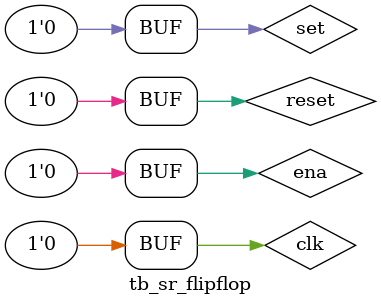
<source format=v>
module tb_sr_flipflop;

    reg clk, set, reset, ena;
    wire q, q_n;
    
    /*
     * 100Mhz (10ns) clock 
     */
    always begin
        clk = 1; #5;
        clk = 0; #5;
    end
    
    always begin 
        ena = 1; #100;
        ena = 0; #100;
    end
    
    always begin
        set = 1; #25; // set = 1 reset = 1 ena = 1 so q = q q_n = ~q
        set = 1; #25; // set = 1 reset = 0 ena = 1 so q = 0 q_n = 1
        set = 0; #25; // set = 0 reset = 1 ena = 1 so q = 1 q_n = 0
        set = 0; #25; // set = 0 reset = 0 ena = 1 so q = z q_n = z
        
        set = 1; #25; // set = 1 reset = 1 ena = 0 so q = 0 q_n = 0
        set = 1; #25; // set = 1 reset = 0 ena = 0 so q = 0 q_n = 0
        set = 0; #25; // set = 0 reset = 1 ena = 0 so q = 0 q_n = 0
        set = 0; #25; // set = 0 reset = 0 ena = 0 so q = 0 q_n = 0
    end
    
    always begin
        reset = 1; #25; // set = 1 reset = 1 ena = 1 so q = q q_n = ~q
        reset = 0; #25; // set = 1 reset = 0 ena = 1 so q = 0 q_n = 1
        reset = 1; #25; // set = 0 reset = 1 ena = 1 so q = 1 q_n = 0
        reset = 0; #25; // set = 0 reset = 0 ena = 1 so q = z q_n = z
        
        reset = 1; #25; // set = 1 reset = 1 ena = 0 so q = 0 q_ = 0
        reset = 0; #25; // set = 1 reset = 0 ena = 0 so q = 0 q_ = 0
        reset = 1; #25; // set = 0 reset = 1 ena = 0 so q = 0 q_ = 0
        reset = 0; #25; // set = 0 reset = 0 ena = 0 so q = 0 q_ = 0
    end
    
    sr_flipflop sr_flipflop_i(
        .clk(clk),
        .set(set),
        .reset(reset),
        .ena(ena),
        .q(q),
        .q_n(q_n)
    );
    
endmodule

</source>
